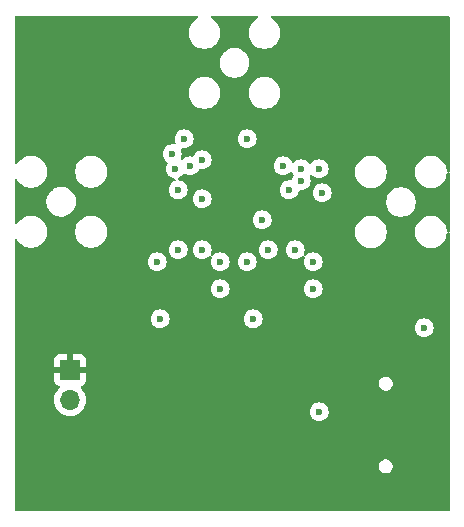
<source format=gbr>
%TF.GenerationSoftware,KiCad,Pcbnew,8.0.1*%
%TF.CreationDate,2024-04-11T15:41:11-05:00*%
%TF.ProjectId,TS3A5017-Mixer,54533341-3530-4313-972d-4d697865722e,rev?*%
%TF.SameCoordinates,Original*%
%TF.FileFunction,Copper,L3,Inr*%
%TF.FilePolarity,Positive*%
%FSLAX46Y46*%
G04 Gerber Fmt 4.6, Leading zero omitted, Abs format (unit mm)*
G04 Created by KiCad (PCBNEW 8.0.1) date 2024-04-11 15:41:11*
%MOMM*%
%LPD*%
G01*
G04 APERTURE LIST*
%TA.AperFunction,ComponentPad*%
%ADD10R,1.700000X1.700000*%
%TD*%
%TA.AperFunction,ComponentPad*%
%ADD11O,1.700000X1.700000*%
%TD*%
%TA.AperFunction,ViaPad*%
%ADD12C,0.600000*%
%TD*%
G04 APERTURE END LIST*
D10*
%TO.N,/3.3V*%
%TO.C,J4*%
X132588000Y-104140000D03*
D11*
%TO.N,GND*%
X132588000Y-106680000D03*
%TD*%
D12*
%TO.N,/3.3V*%
X144780000Y-91440000D03*
X139446000Y-97536000D03*
X147320000Y-97536000D03*
%TO.N,GND*%
X153670000Y-107696000D03*
X153670000Y-87122000D03*
X153924000Y-89154000D03*
X153162000Y-94996000D03*
X147574000Y-84582000D03*
X141224000Y-85852000D03*
X142240000Y-84582000D03*
X145288000Y-97282000D03*
X153162000Y-97282000D03*
X147574000Y-94996000D03*
X139954000Y-94996000D03*
X148082000Y-99822000D03*
X162560000Y-100584000D03*
X148844000Y-91440000D03*
X143764000Y-89662000D03*
X140208000Y-99822000D03*
X145288000Y-94996000D03*
%TO.N,/Q-Pos*%
X143764000Y-86360000D03*
X150622000Y-86868000D03*
X143764000Y-93980000D03*
%TO.N,/I-Neg*%
X149352000Y-93980000D03*
X141732000Y-88900000D03*
X151130000Y-88900000D03*
%TO.N,/Q-Neg*%
X152146000Y-88138000D03*
X141732000Y-93980000D03*
X141478000Y-87122000D03*
%TO.N,/I-Pos*%
X152146000Y-87122000D03*
X142748000Y-86868000D03*
X151638000Y-93980000D03*
%TD*%
%TA.AperFunction,Conductor*%
%TO.N,/3.3V*%
G36*
X143392821Y-74180185D02*
G01*
X143438576Y-74232989D01*
X143448520Y-74302147D01*
X143419495Y-74365703D01*
X143382077Y-74394985D01*
X143253332Y-74460583D01*
X143081366Y-74585522D01*
X142931043Y-74735845D01*
X142806104Y-74907811D01*
X142709597Y-75097217D01*
X142643906Y-75299392D01*
X142610653Y-75509345D01*
X142610653Y-75721918D01*
X142643906Y-75931871D01*
X142709597Y-76134046D01*
X142806104Y-76323452D01*
X142931043Y-76495418D01*
X143081366Y-76645741D01*
X143253332Y-76770680D01*
X143253334Y-76770681D01*
X143253337Y-76770683D01*
X143442741Y-76867189D01*
X143644910Y-76932878D01*
X143854866Y-76966132D01*
X143854867Y-76966132D01*
X144067439Y-76966132D01*
X144067440Y-76966132D01*
X144277396Y-76932878D01*
X144479565Y-76867189D01*
X144668969Y-76770683D01*
X144690942Y-76754718D01*
X144840939Y-76645741D01*
X144840941Y-76645738D01*
X144840945Y-76645736D01*
X144991257Y-76495424D01*
X144991259Y-76495420D01*
X144991262Y-76495418D01*
X145116201Y-76323452D01*
X145116200Y-76323452D01*
X145116204Y-76323448D01*
X145212710Y-76134044D01*
X145278399Y-75931875D01*
X145311653Y-75721919D01*
X145311653Y-75509345D01*
X145278399Y-75299389D01*
X145212710Y-75097220D01*
X145116204Y-74907816D01*
X145116202Y-74907813D01*
X145116201Y-74907811D01*
X144991262Y-74735845D01*
X144840939Y-74585522D01*
X144668973Y-74460583D01*
X144540229Y-74394985D01*
X144489433Y-74347011D01*
X144472638Y-74279190D01*
X144495175Y-74213055D01*
X144549890Y-74169603D01*
X144596524Y-74160500D01*
X148405782Y-74160500D01*
X148472821Y-74180185D01*
X148518576Y-74232989D01*
X148528520Y-74302147D01*
X148499495Y-74365703D01*
X148462077Y-74394985D01*
X148333332Y-74460583D01*
X148161366Y-74585522D01*
X148011043Y-74735845D01*
X147886104Y-74907811D01*
X147789597Y-75097217D01*
X147723906Y-75299392D01*
X147690653Y-75509345D01*
X147690653Y-75721918D01*
X147723906Y-75931871D01*
X147789597Y-76134046D01*
X147886104Y-76323452D01*
X148011043Y-76495418D01*
X148161366Y-76645741D01*
X148333332Y-76770680D01*
X148333334Y-76770681D01*
X148333337Y-76770683D01*
X148522741Y-76867189D01*
X148724910Y-76932878D01*
X148934866Y-76966132D01*
X148934867Y-76966132D01*
X149147439Y-76966132D01*
X149147440Y-76966132D01*
X149357396Y-76932878D01*
X149559565Y-76867189D01*
X149748969Y-76770683D01*
X149770942Y-76754718D01*
X149920939Y-76645741D01*
X149920941Y-76645738D01*
X149920945Y-76645736D01*
X150071257Y-76495424D01*
X150071259Y-76495420D01*
X150071262Y-76495418D01*
X150196201Y-76323452D01*
X150196200Y-76323452D01*
X150196204Y-76323448D01*
X150292710Y-76134044D01*
X150358399Y-75931875D01*
X150391653Y-75721919D01*
X150391653Y-75509345D01*
X150358399Y-75299389D01*
X150292710Y-75097220D01*
X150196204Y-74907816D01*
X150196202Y-74907813D01*
X150196201Y-74907811D01*
X150071262Y-74735845D01*
X149920939Y-74585522D01*
X149748973Y-74460583D01*
X149620229Y-74394985D01*
X149569433Y-74347011D01*
X149552638Y-74279190D01*
X149575175Y-74213055D01*
X149629890Y-74169603D01*
X149676524Y-74160500D01*
X164602500Y-74160500D01*
X164669539Y-74180185D01*
X164715294Y-74232989D01*
X164726500Y-74284500D01*
X164726500Y-87273746D01*
X164706815Y-87340785D01*
X164654011Y-87386540D01*
X164584853Y-87396484D01*
X164521297Y-87367459D01*
X164483523Y-87308681D01*
X164480027Y-87293144D01*
X164468050Y-87217523D01*
X164446368Y-87080631D01*
X164380679Y-86878462D01*
X164284173Y-86689058D01*
X164284171Y-86689055D01*
X164284170Y-86689053D01*
X164159231Y-86517087D01*
X164008908Y-86366764D01*
X163836942Y-86241825D01*
X163647536Y-86145318D01*
X163647535Y-86145317D01*
X163647534Y-86145317D01*
X163445365Y-86079628D01*
X163445363Y-86079627D01*
X163445362Y-86079627D01*
X163284079Y-86054082D01*
X163235409Y-86046374D01*
X163022835Y-86046374D01*
X162974164Y-86054082D01*
X162812882Y-86079627D01*
X162610707Y-86145318D01*
X162421301Y-86241825D01*
X162249335Y-86366764D01*
X162099012Y-86517087D01*
X161974073Y-86689053D01*
X161877566Y-86878459D01*
X161811875Y-87080634D01*
X161781289Y-87273746D01*
X161778622Y-87290587D01*
X161778622Y-87503161D01*
X161781289Y-87520001D01*
X161805611Y-87673565D01*
X161811876Y-87713117D01*
X161874992Y-87907368D01*
X161877566Y-87915288D01*
X161974073Y-88104694D01*
X162099012Y-88276660D01*
X162249335Y-88426983D01*
X162421301Y-88551922D01*
X162421303Y-88551923D01*
X162421306Y-88551925D01*
X162610710Y-88648431D01*
X162812879Y-88714120D01*
X163022835Y-88747374D01*
X163022836Y-88747374D01*
X163235408Y-88747374D01*
X163235409Y-88747374D01*
X163445365Y-88714120D01*
X163647534Y-88648431D01*
X163836938Y-88551925D01*
X163866519Y-88530433D01*
X164008908Y-88426983D01*
X164008910Y-88426980D01*
X164008914Y-88426978D01*
X164159226Y-88276666D01*
X164159228Y-88276662D01*
X164159231Y-88276660D01*
X164284170Y-88104694D01*
X164284169Y-88104694D01*
X164284173Y-88104690D01*
X164380679Y-87915286D01*
X164446368Y-87713117D01*
X164479622Y-87503161D01*
X164479622Y-87503160D01*
X164480027Y-87500603D01*
X164509956Y-87437468D01*
X164569268Y-87400537D01*
X164639130Y-87401535D01*
X164697363Y-87440145D01*
X164725477Y-87504108D01*
X164726500Y-87520001D01*
X164726500Y-92353746D01*
X164706815Y-92420785D01*
X164654011Y-92466540D01*
X164584853Y-92476484D01*
X164521297Y-92447459D01*
X164483523Y-92388681D01*
X164480027Y-92373144D01*
X164459820Y-92245565D01*
X164446368Y-92160631D01*
X164380679Y-91958462D01*
X164284173Y-91769058D01*
X164284171Y-91769055D01*
X164284170Y-91769053D01*
X164159231Y-91597087D01*
X164008908Y-91446764D01*
X163836942Y-91321825D01*
X163647536Y-91225318D01*
X163647535Y-91225317D01*
X163647534Y-91225317D01*
X163445365Y-91159628D01*
X163445363Y-91159627D01*
X163445362Y-91159627D01*
X163284079Y-91134082D01*
X163235409Y-91126374D01*
X163022835Y-91126374D01*
X162974164Y-91134082D01*
X162812882Y-91159627D01*
X162610707Y-91225318D01*
X162421301Y-91321825D01*
X162249335Y-91446764D01*
X162099012Y-91597087D01*
X161974073Y-91769053D01*
X161877566Y-91958459D01*
X161811875Y-92160634D01*
X161781289Y-92353746D01*
X161778622Y-92370587D01*
X161778622Y-92583161D01*
X161811876Y-92793117D01*
X161870583Y-92973799D01*
X161877566Y-92995288D01*
X161974073Y-93184694D01*
X162099012Y-93356660D01*
X162249335Y-93506983D01*
X162421301Y-93631922D01*
X162421303Y-93631923D01*
X162421306Y-93631925D01*
X162610710Y-93728431D01*
X162812879Y-93794120D01*
X163022835Y-93827374D01*
X163022836Y-93827374D01*
X163235408Y-93827374D01*
X163235409Y-93827374D01*
X163445365Y-93794120D01*
X163647534Y-93728431D01*
X163836938Y-93631925D01*
X163866519Y-93610433D01*
X164008908Y-93506983D01*
X164008910Y-93506980D01*
X164008914Y-93506978D01*
X164159226Y-93356666D01*
X164159228Y-93356662D01*
X164159231Y-93356660D01*
X164284170Y-93184694D01*
X164284169Y-93184694D01*
X164284173Y-93184690D01*
X164380679Y-92995286D01*
X164446368Y-92793117D01*
X164479622Y-92583161D01*
X164479622Y-92583160D01*
X164480027Y-92580603D01*
X164509956Y-92517468D01*
X164569268Y-92480537D01*
X164639130Y-92481535D01*
X164697363Y-92520145D01*
X164725477Y-92584108D01*
X164726500Y-92600001D01*
X164726500Y-115961500D01*
X164706815Y-116028539D01*
X164654011Y-116074294D01*
X164602500Y-116085500D01*
X128005500Y-116085500D01*
X127938461Y-116065815D01*
X127892706Y-116013011D01*
X127881500Y-115961500D01*
X127881500Y-112393738D01*
X158719499Y-112393738D01*
X158759743Y-112543927D01*
X158837480Y-112678571D01*
X158837482Y-112678573D01*
X158837483Y-112678575D01*
X158947425Y-112788517D01*
X158947426Y-112788518D01*
X158947428Y-112788519D01*
X159082072Y-112866256D01*
X159082073Y-112866256D01*
X159082076Y-112866258D01*
X159232259Y-112906500D01*
X159232262Y-112906500D01*
X159387738Y-112906500D01*
X159387741Y-112906500D01*
X159537924Y-112866258D01*
X159672575Y-112788517D01*
X159782517Y-112678575D01*
X159860258Y-112543924D01*
X159900500Y-112393741D01*
X159900500Y-112238259D01*
X159860258Y-112088076D01*
X159782517Y-111953425D01*
X159672575Y-111843483D01*
X159672573Y-111843482D01*
X159672571Y-111843480D01*
X159537927Y-111765743D01*
X159537928Y-111765743D01*
X159525611Y-111762442D01*
X159387741Y-111725500D01*
X159232259Y-111725500D01*
X159094388Y-111762442D01*
X159082072Y-111765743D01*
X158947428Y-111843480D01*
X158947422Y-111843485D01*
X158837485Y-111953422D01*
X158837480Y-111953428D01*
X158759743Y-112088072D01*
X158759742Y-112088076D01*
X158719500Y-112238259D01*
X158719500Y-112238261D01*
X158719500Y-112393738D01*
X158719499Y-112393738D01*
X127881500Y-112393738D01*
X127881500Y-106680000D01*
X131232341Y-106680000D01*
X131252936Y-106915403D01*
X131252938Y-106915413D01*
X131314094Y-107143655D01*
X131314096Y-107143659D01*
X131314097Y-107143663D01*
X131408671Y-107346476D01*
X131413965Y-107357830D01*
X131413967Y-107357834D01*
X131522281Y-107512521D01*
X131549505Y-107551401D01*
X131716599Y-107718495D01*
X131813384Y-107786265D01*
X131910165Y-107854032D01*
X131910167Y-107854033D01*
X131910170Y-107854035D01*
X132124337Y-107953903D01*
X132352592Y-108015063D01*
X132540918Y-108031539D01*
X132587999Y-108035659D01*
X132588000Y-108035659D01*
X132588001Y-108035659D01*
X132627234Y-108032226D01*
X132823408Y-108015063D01*
X133051663Y-107953903D01*
X133265830Y-107854035D01*
X133459401Y-107718495D01*
X133481893Y-107696003D01*
X152864435Y-107696003D01*
X152884630Y-107875249D01*
X152884631Y-107875254D01*
X152944211Y-108045523D01*
X153040184Y-108198262D01*
X153167738Y-108325816D01*
X153320478Y-108421789D01*
X153490745Y-108481368D01*
X153490750Y-108481369D01*
X153669996Y-108501565D01*
X153670000Y-108501565D01*
X153670004Y-108501565D01*
X153849249Y-108481369D01*
X153849252Y-108481368D01*
X153849255Y-108481368D01*
X154019522Y-108421789D01*
X154172262Y-108325816D01*
X154299816Y-108198262D01*
X154395789Y-108045522D01*
X154455368Y-107875255D01*
X154457759Y-107854034D01*
X154475565Y-107696003D01*
X154475565Y-107695996D01*
X154455369Y-107516750D01*
X154455368Y-107516745D01*
X154395789Y-107346478D01*
X154299816Y-107193738D01*
X154172262Y-107066184D01*
X154019523Y-106970211D01*
X153849254Y-106910631D01*
X153849249Y-106910630D01*
X153670004Y-106890435D01*
X153669996Y-106890435D01*
X153490750Y-106910630D01*
X153490745Y-106910631D01*
X153320476Y-106970211D01*
X153167737Y-107066184D01*
X153040184Y-107193737D01*
X152944211Y-107346476D01*
X152884631Y-107516745D01*
X152884630Y-107516750D01*
X152864435Y-107695996D01*
X152864435Y-107696003D01*
X133481893Y-107696003D01*
X133626495Y-107551401D01*
X133762035Y-107357830D01*
X133861903Y-107143663D01*
X133923063Y-106915408D01*
X133943659Y-106680000D01*
X133923063Y-106444592D01*
X133861903Y-106216337D01*
X133762035Y-106002171D01*
X133626495Y-105808599D01*
X133504179Y-105686283D01*
X133470696Y-105624963D01*
X133475680Y-105555271D01*
X133517551Y-105499337D01*
X133548529Y-105482422D01*
X133680086Y-105433354D01*
X133680093Y-105433350D01*
X133733007Y-105393738D01*
X158719499Y-105393738D01*
X158759743Y-105543927D01*
X158837480Y-105678571D01*
X158837482Y-105678573D01*
X158837483Y-105678575D01*
X158947425Y-105788517D01*
X158947426Y-105788518D01*
X158947428Y-105788519D01*
X159082072Y-105866256D01*
X159082073Y-105866256D01*
X159082076Y-105866258D01*
X159232259Y-105906500D01*
X159232262Y-105906500D01*
X159387738Y-105906500D01*
X159387741Y-105906500D01*
X159537924Y-105866258D01*
X159672575Y-105788517D01*
X159782517Y-105678575D01*
X159860258Y-105543924D01*
X159900500Y-105393741D01*
X159900500Y-105238259D01*
X159860258Y-105088076D01*
X159831256Y-105037844D01*
X159782519Y-104953428D01*
X159782514Y-104953422D01*
X159672577Y-104843485D01*
X159672571Y-104843480D01*
X159537927Y-104765743D01*
X159537928Y-104765743D01*
X159525611Y-104762442D01*
X159387741Y-104725500D01*
X159232259Y-104725500D01*
X159094388Y-104762442D01*
X159082072Y-104765743D01*
X158947428Y-104843480D01*
X158947422Y-104843485D01*
X158837485Y-104953422D01*
X158837480Y-104953428D01*
X158759743Y-105088072D01*
X158759742Y-105088076D01*
X158719500Y-105238259D01*
X158719500Y-105238261D01*
X158719500Y-105393738D01*
X158719499Y-105393738D01*
X133733007Y-105393738D01*
X133795187Y-105347190D01*
X133795190Y-105347187D01*
X133881350Y-105232093D01*
X133881354Y-105232086D01*
X133931596Y-105097379D01*
X133931598Y-105097372D01*
X133937999Y-105037844D01*
X133938000Y-105037827D01*
X133938000Y-104390000D01*
X133021012Y-104390000D01*
X133053925Y-104332993D01*
X133088000Y-104205826D01*
X133088000Y-104074174D01*
X133053925Y-103947007D01*
X133021012Y-103890000D01*
X133938000Y-103890000D01*
X133938000Y-103242172D01*
X133937999Y-103242155D01*
X133931598Y-103182627D01*
X133931596Y-103182620D01*
X133881354Y-103047913D01*
X133881350Y-103047906D01*
X133795190Y-102932812D01*
X133795187Y-102932809D01*
X133680093Y-102846649D01*
X133680086Y-102846645D01*
X133545379Y-102796403D01*
X133545372Y-102796401D01*
X133485844Y-102790000D01*
X132838000Y-102790000D01*
X132838000Y-103706988D01*
X132780993Y-103674075D01*
X132653826Y-103640000D01*
X132522174Y-103640000D01*
X132395007Y-103674075D01*
X132338000Y-103706988D01*
X132338000Y-102790000D01*
X131690155Y-102790000D01*
X131630627Y-102796401D01*
X131630620Y-102796403D01*
X131495913Y-102846645D01*
X131495906Y-102846649D01*
X131380812Y-102932809D01*
X131380809Y-102932812D01*
X131294649Y-103047906D01*
X131294645Y-103047913D01*
X131244403Y-103182620D01*
X131244401Y-103182627D01*
X131238000Y-103242155D01*
X131238000Y-103890000D01*
X132154988Y-103890000D01*
X132122075Y-103947007D01*
X132088000Y-104074174D01*
X132088000Y-104205826D01*
X132122075Y-104332993D01*
X132154988Y-104390000D01*
X131238000Y-104390000D01*
X131238000Y-105037844D01*
X131244401Y-105097372D01*
X131244403Y-105097379D01*
X131294645Y-105232086D01*
X131294649Y-105232093D01*
X131380809Y-105347187D01*
X131380812Y-105347190D01*
X131495906Y-105433350D01*
X131495913Y-105433354D01*
X131627470Y-105482421D01*
X131683403Y-105524292D01*
X131707821Y-105589756D01*
X131692970Y-105658029D01*
X131671819Y-105686284D01*
X131549503Y-105808600D01*
X131413965Y-106002169D01*
X131413964Y-106002171D01*
X131314098Y-106216335D01*
X131314094Y-106216344D01*
X131252938Y-106444586D01*
X131252936Y-106444596D01*
X131232341Y-106679999D01*
X131232341Y-106680000D01*
X127881500Y-106680000D01*
X127881500Y-99822003D01*
X139402435Y-99822003D01*
X139422630Y-100001249D01*
X139422631Y-100001254D01*
X139482211Y-100171523D01*
X139521769Y-100234478D01*
X139578184Y-100324262D01*
X139705738Y-100451816D01*
X139858478Y-100547789D01*
X139961952Y-100583996D01*
X140028745Y-100607368D01*
X140028750Y-100607369D01*
X140207996Y-100627565D01*
X140208000Y-100627565D01*
X140208004Y-100627565D01*
X140387249Y-100607369D01*
X140387252Y-100607368D01*
X140387255Y-100607368D01*
X140557522Y-100547789D01*
X140710262Y-100451816D01*
X140837816Y-100324262D01*
X140933789Y-100171522D01*
X140993368Y-100001255D01*
X141013565Y-99822003D01*
X147276435Y-99822003D01*
X147296630Y-100001249D01*
X147296631Y-100001254D01*
X147356211Y-100171523D01*
X147395769Y-100234478D01*
X147452184Y-100324262D01*
X147579738Y-100451816D01*
X147732478Y-100547789D01*
X147835952Y-100583996D01*
X147902745Y-100607368D01*
X147902750Y-100607369D01*
X148081996Y-100627565D01*
X148082000Y-100627565D01*
X148082004Y-100627565D01*
X148261249Y-100607369D01*
X148261252Y-100607368D01*
X148261255Y-100607368D01*
X148328028Y-100584003D01*
X161754435Y-100584003D01*
X161774630Y-100763249D01*
X161774631Y-100763254D01*
X161834211Y-100933523D01*
X161930184Y-101086262D01*
X162057738Y-101213816D01*
X162210478Y-101309789D01*
X162380745Y-101369368D01*
X162380750Y-101369369D01*
X162559996Y-101389565D01*
X162560000Y-101389565D01*
X162560004Y-101389565D01*
X162739249Y-101369369D01*
X162739252Y-101369368D01*
X162739255Y-101369368D01*
X162909522Y-101309789D01*
X163062262Y-101213816D01*
X163189816Y-101086262D01*
X163285789Y-100933522D01*
X163345368Y-100763255D01*
X163345369Y-100763249D01*
X163365565Y-100584003D01*
X163365565Y-100583996D01*
X163345369Y-100404750D01*
X163345368Y-100404745D01*
X163285788Y-100234476D01*
X163189815Y-100081737D01*
X163062262Y-99954184D01*
X162909523Y-99858211D01*
X162739254Y-99798631D01*
X162739249Y-99798630D01*
X162560004Y-99778435D01*
X162559996Y-99778435D01*
X162380750Y-99798630D01*
X162380745Y-99798631D01*
X162210476Y-99858211D01*
X162057737Y-99954184D01*
X161930184Y-100081737D01*
X161834211Y-100234476D01*
X161774631Y-100404745D01*
X161774630Y-100404750D01*
X161754435Y-100583996D01*
X161754435Y-100584003D01*
X148328028Y-100584003D01*
X148431522Y-100547789D01*
X148584262Y-100451816D01*
X148711816Y-100324262D01*
X148807789Y-100171522D01*
X148867368Y-100001255D01*
X148887565Y-99822000D01*
X148884932Y-99798632D01*
X148867369Y-99642750D01*
X148867368Y-99642745D01*
X148807788Y-99472476D01*
X148711815Y-99319737D01*
X148584262Y-99192184D01*
X148431523Y-99096211D01*
X148261254Y-99036631D01*
X148261249Y-99036630D01*
X148082004Y-99016435D01*
X148081996Y-99016435D01*
X147902750Y-99036630D01*
X147902745Y-99036631D01*
X147732476Y-99096211D01*
X147579737Y-99192184D01*
X147452184Y-99319737D01*
X147356211Y-99472476D01*
X147296631Y-99642745D01*
X147296630Y-99642750D01*
X147276435Y-99821996D01*
X147276435Y-99822003D01*
X141013565Y-99822003D01*
X141013565Y-99822000D01*
X141010932Y-99798632D01*
X140993369Y-99642750D01*
X140993368Y-99642745D01*
X140933788Y-99472476D01*
X140837815Y-99319737D01*
X140710262Y-99192184D01*
X140557523Y-99096211D01*
X140387254Y-99036631D01*
X140387249Y-99036630D01*
X140208004Y-99016435D01*
X140207996Y-99016435D01*
X140028750Y-99036630D01*
X140028745Y-99036631D01*
X139858476Y-99096211D01*
X139705737Y-99192184D01*
X139578184Y-99319737D01*
X139482211Y-99472476D01*
X139422631Y-99642745D01*
X139422630Y-99642750D01*
X139402435Y-99821996D01*
X139402435Y-99822003D01*
X127881500Y-99822003D01*
X127881500Y-97282003D01*
X144482435Y-97282003D01*
X144502630Y-97461249D01*
X144502631Y-97461254D01*
X144562211Y-97631523D01*
X144658184Y-97784262D01*
X144785738Y-97911816D01*
X144938478Y-98007789D01*
X145108745Y-98067368D01*
X145108750Y-98067369D01*
X145287996Y-98087565D01*
X145288000Y-98087565D01*
X145288004Y-98087565D01*
X145467249Y-98067369D01*
X145467252Y-98067368D01*
X145467255Y-98067368D01*
X145637522Y-98007789D01*
X145790262Y-97911816D01*
X145917816Y-97784262D01*
X146013789Y-97631522D01*
X146073368Y-97461255D01*
X146093565Y-97282003D01*
X152356435Y-97282003D01*
X152376630Y-97461249D01*
X152376631Y-97461254D01*
X152436211Y-97631523D01*
X152532184Y-97784262D01*
X152659738Y-97911816D01*
X152812478Y-98007789D01*
X152982745Y-98067368D01*
X152982750Y-98067369D01*
X153161996Y-98087565D01*
X153162000Y-98087565D01*
X153162004Y-98087565D01*
X153341249Y-98067369D01*
X153341252Y-98067368D01*
X153341255Y-98067368D01*
X153511522Y-98007789D01*
X153664262Y-97911816D01*
X153791816Y-97784262D01*
X153887789Y-97631522D01*
X153947368Y-97461255D01*
X153967565Y-97282000D01*
X153947368Y-97102745D01*
X153887789Y-96932478D01*
X153791816Y-96779738D01*
X153664262Y-96652184D01*
X153511523Y-96556211D01*
X153341254Y-96496631D01*
X153341249Y-96496630D01*
X153162004Y-96476435D01*
X153161996Y-96476435D01*
X152982750Y-96496630D01*
X152982745Y-96496631D01*
X152812476Y-96556211D01*
X152659737Y-96652184D01*
X152532184Y-96779737D01*
X152436211Y-96932476D01*
X152376631Y-97102745D01*
X152376630Y-97102750D01*
X152356435Y-97281996D01*
X152356435Y-97282003D01*
X146093565Y-97282003D01*
X146093565Y-97282000D01*
X146073368Y-97102745D01*
X146013789Y-96932478D01*
X145917816Y-96779738D01*
X145790262Y-96652184D01*
X145637523Y-96556211D01*
X145467254Y-96496631D01*
X145467249Y-96496630D01*
X145288004Y-96476435D01*
X145287996Y-96476435D01*
X145108750Y-96496630D01*
X145108745Y-96496631D01*
X144938476Y-96556211D01*
X144785737Y-96652184D01*
X144658184Y-96779737D01*
X144562211Y-96932476D01*
X144502631Y-97102745D01*
X144502630Y-97102750D01*
X144482435Y-97281996D01*
X144482435Y-97282003D01*
X127881500Y-97282003D01*
X127881500Y-94996003D01*
X139148435Y-94996003D01*
X139168630Y-95175249D01*
X139168631Y-95175254D01*
X139228211Y-95345523D01*
X139324184Y-95498262D01*
X139451738Y-95625816D01*
X139604478Y-95721789D01*
X139774745Y-95781368D01*
X139774750Y-95781369D01*
X139953996Y-95801565D01*
X139954000Y-95801565D01*
X139954004Y-95801565D01*
X140133249Y-95781369D01*
X140133252Y-95781368D01*
X140133255Y-95781368D01*
X140303522Y-95721789D01*
X140456262Y-95625816D01*
X140583816Y-95498262D01*
X140679789Y-95345522D01*
X140739368Y-95175255D01*
X140759565Y-94996000D01*
X140739368Y-94816745D01*
X140679789Y-94646478D01*
X140583816Y-94493738D01*
X140456262Y-94366184D01*
X140456260Y-94366183D01*
X140303523Y-94270211D01*
X140133254Y-94210631D01*
X140133249Y-94210630D01*
X139954004Y-94190435D01*
X139953996Y-94190435D01*
X139774750Y-94210630D01*
X139774745Y-94210631D01*
X139604476Y-94270211D01*
X139451737Y-94366184D01*
X139324184Y-94493737D01*
X139228211Y-94646476D01*
X139168631Y-94816745D01*
X139168630Y-94816750D01*
X139148435Y-94995996D01*
X139148435Y-94996003D01*
X127881500Y-94996003D01*
X127881500Y-93980003D01*
X140926435Y-93980003D01*
X140946630Y-94159249D01*
X140946631Y-94159254D01*
X141006211Y-94329523D01*
X141086316Y-94457008D01*
X141102184Y-94482262D01*
X141229738Y-94609816D01*
X141382478Y-94705789D01*
X141552745Y-94765368D01*
X141552750Y-94765369D01*
X141731996Y-94785565D01*
X141732000Y-94785565D01*
X141732004Y-94785565D01*
X141911249Y-94765369D01*
X141911252Y-94765368D01*
X141911255Y-94765368D01*
X142081522Y-94705789D01*
X142234262Y-94609816D01*
X142361816Y-94482262D01*
X142457789Y-94329522D01*
X142517368Y-94159255D01*
X142537565Y-93980003D01*
X142958435Y-93980003D01*
X142978630Y-94159249D01*
X142978631Y-94159254D01*
X143038211Y-94329523D01*
X143118316Y-94457008D01*
X143134184Y-94482262D01*
X143261738Y-94609816D01*
X143414478Y-94705789D01*
X143584745Y-94765368D01*
X143584750Y-94765369D01*
X143763996Y-94785565D01*
X143764000Y-94785565D01*
X143764004Y-94785565D01*
X143943249Y-94765369D01*
X143943252Y-94765368D01*
X143943255Y-94765368D01*
X144113522Y-94705789D01*
X144266262Y-94609816D01*
X144357088Y-94518989D01*
X144418407Y-94485507D01*
X144488099Y-94490491D01*
X144544033Y-94532362D01*
X144568450Y-94597826D01*
X144561808Y-94647627D01*
X144502632Y-94816742D01*
X144502630Y-94816750D01*
X144482435Y-94995996D01*
X144482435Y-94996003D01*
X144502630Y-95175249D01*
X144502631Y-95175254D01*
X144562211Y-95345523D01*
X144658184Y-95498262D01*
X144785738Y-95625816D01*
X144938478Y-95721789D01*
X145108745Y-95781368D01*
X145108750Y-95781369D01*
X145287996Y-95801565D01*
X145288000Y-95801565D01*
X145288004Y-95801565D01*
X145467249Y-95781369D01*
X145467252Y-95781368D01*
X145467255Y-95781368D01*
X145637522Y-95721789D01*
X145790262Y-95625816D01*
X145917816Y-95498262D01*
X146013789Y-95345522D01*
X146073368Y-95175255D01*
X146093565Y-94996003D01*
X146768435Y-94996003D01*
X146788630Y-95175249D01*
X146788631Y-95175254D01*
X146848211Y-95345523D01*
X146944184Y-95498262D01*
X147071738Y-95625816D01*
X147224478Y-95721789D01*
X147394745Y-95781368D01*
X147394750Y-95781369D01*
X147573996Y-95801565D01*
X147574000Y-95801565D01*
X147574004Y-95801565D01*
X147753249Y-95781369D01*
X147753252Y-95781368D01*
X147753255Y-95781368D01*
X147923522Y-95721789D01*
X148076262Y-95625816D01*
X148203816Y-95498262D01*
X148299789Y-95345522D01*
X148359368Y-95175255D01*
X148379565Y-94996000D01*
X148359368Y-94816745D01*
X148299789Y-94646478D01*
X148203816Y-94493738D01*
X148076262Y-94366184D01*
X148076260Y-94366183D01*
X147923523Y-94270211D01*
X147753254Y-94210631D01*
X147753249Y-94210630D01*
X147574004Y-94190435D01*
X147573996Y-94190435D01*
X147394750Y-94210630D01*
X147394745Y-94210631D01*
X147224476Y-94270211D01*
X147071737Y-94366184D01*
X146944184Y-94493737D01*
X146848211Y-94646476D01*
X146788631Y-94816745D01*
X146788630Y-94816750D01*
X146768435Y-94995996D01*
X146768435Y-94996003D01*
X146093565Y-94996003D01*
X146093565Y-94996000D01*
X146073368Y-94816745D01*
X146013789Y-94646478D01*
X145917816Y-94493738D01*
X145790262Y-94366184D01*
X145790260Y-94366183D01*
X145637523Y-94270211D01*
X145467254Y-94210631D01*
X145467249Y-94210630D01*
X145288004Y-94190435D01*
X145287996Y-94190435D01*
X145108750Y-94210630D01*
X145108745Y-94210631D01*
X144938476Y-94270211D01*
X144785739Y-94366183D01*
X144694914Y-94457008D01*
X144633590Y-94490492D01*
X144563899Y-94485508D01*
X144507965Y-94443636D01*
X144483549Y-94378171D01*
X144490192Y-94328371D01*
X144549366Y-94159262D01*
X144549369Y-94159249D01*
X144569565Y-93980003D01*
X148546435Y-93980003D01*
X148566630Y-94159249D01*
X148566631Y-94159254D01*
X148626211Y-94329523D01*
X148706316Y-94457008D01*
X148722184Y-94482262D01*
X148849738Y-94609816D01*
X149002478Y-94705789D01*
X149172745Y-94765368D01*
X149172750Y-94765369D01*
X149351996Y-94785565D01*
X149352000Y-94785565D01*
X149352004Y-94785565D01*
X149531249Y-94765369D01*
X149531252Y-94765368D01*
X149531255Y-94765368D01*
X149701522Y-94705789D01*
X149854262Y-94609816D01*
X149981816Y-94482262D01*
X150077789Y-94329522D01*
X150137368Y-94159255D01*
X150157565Y-93980003D01*
X150832435Y-93980003D01*
X150852630Y-94159249D01*
X150852631Y-94159254D01*
X150912211Y-94329523D01*
X150992316Y-94457008D01*
X151008184Y-94482262D01*
X151135738Y-94609816D01*
X151288478Y-94705789D01*
X151458745Y-94765368D01*
X151458750Y-94765369D01*
X151637996Y-94785565D01*
X151638000Y-94785565D01*
X151638004Y-94785565D01*
X151817249Y-94765369D01*
X151817252Y-94765368D01*
X151817255Y-94765368D01*
X151987522Y-94705789D01*
X152140262Y-94609816D01*
X152231088Y-94518989D01*
X152292407Y-94485507D01*
X152362099Y-94490491D01*
X152418033Y-94532362D01*
X152442450Y-94597826D01*
X152435808Y-94647627D01*
X152376632Y-94816742D01*
X152376630Y-94816750D01*
X152356435Y-94995996D01*
X152356435Y-94996003D01*
X152376630Y-95175249D01*
X152376631Y-95175254D01*
X152436211Y-95345523D01*
X152532184Y-95498262D01*
X152659738Y-95625816D01*
X152812478Y-95721789D01*
X152982745Y-95781368D01*
X152982750Y-95781369D01*
X153161996Y-95801565D01*
X153162000Y-95801565D01*
X153162004Y-95801565D01*
X153341249Y-95781369D01*
X153341252Y-95781368D01*
X153341255Y-95781368D01*
X153511522Y-95721789D01*
X153664262Y-95625816D01*
X153791816Y-95498262D01*
X153887789Y-95345522D01*
X153947368Y-95175255D01*
X153967565Y-94996000D01*
X153947368Y-94816745D01*
X153887789Y-94646478D01*
X153791816Y-94493738D01*
X153664262Y-94366184D01*
X153664260Y-94366183D01*
X153511523Y-94270211D01*
X153341254Y-94210631D01*
X153341249Y-94210630D01*
X153162004Y-94190435D01*
X153161996Y-94190435D01*
X152982750Y-94210630D01*
X152982745Y-94210631D01*
X152812476Y-94270211D01*
X152659739Y-94366183D01*
X152568914Y-94457008D01*
X152507590Y-94490492D01*
X152437899Y-94485508D01*
X152381965Y-94443636D01*
X152357549Y-94378171D01*
X152364192Y-94328371D01*
X152423366Y-94159262D01*
X152423369Y-94159249D01*
X152443565Y-93980003D01*
X152443565Y-93979996D01*
X152423369Y-93800750D01*
X152423368Y-93800745D01*
X152398064Y-93728431D01*
X152363789Y-93630478D01*
X152267816Y-93477738D01*
X152140262Y-93350184D01*
X152116369Y-93335171D01*
X151987523Y-93254211D01*
X151817254Y-93194631D01*
X151817249Y-93194630D01*
X151638004Y-93174435D01*
X151637996Y-93174435D01*
X151458750Y-93194630D01*
X151458745Y-93194631D01*
X151288476Y-93254211D01*
X151135737Y-93350184D01*
X151008184Y-93477737D01*
X150912211Y-93630476D01*
X150852631Y-93800745D01*
X150852630Y-93800750D01*
X150832435Y-93979996D01*
X150832435Y-93980003D01*
X150157565Y-93980003D01*
X150157565Y-93980000D01*
X150140368Y-93827374D01*
X150137369Y-93800750D01*
X150137368Y-93800745D01*
X150112064Y-93728431D01*
X150077789Y-93630478D01*
X149981816Y-93477738D01*
X149854262Y-93350184D01*
X149830369Y-93335171D01*
X149701523Y-93254211D01*
X149531254Y-93194631D01*
X149531249Y-93194630D01*
X149352004Y-93174435D01*
X149351996Y-93174435D01*
X149172750Y-93194630D01*
X149172745Y-93194631D01*
X149002476Y-93254211D01*
X148849737Y-93350184D01*
X148722184Y-93477737D01*
X148626211Y-93630476D01*
X148566631Y-93800745D01*
X148566630Y-93800750D01*
X148546435Y-93979996D01*
X148546435Y-93980003D01*
X144569565Y-93980003D01*
X144569565Y-93979996D01*
X144549369Y-93800750D01*
X144549368Y-93800745D01*
X144524064Y-93728431D01*
X144489789Y-93630478D01*
X144393816Y-93477738D01*
X144266262Y-93350184D01*
X144242369Y-93335171D01*
X144113523Y-93254211D01*
X143943254Y-93194631D01*
X143943249Y-93194630D01*
X143764004Y-93174435D01*
X143763996Y-93174435D01*
X143584750Y-93194630D01*
X143584745Y-93194631D01*
X143414476Y-93254211D01*
X143261737Y-93350184D01*
X143134184Y-93477737D01*
X143038211Y-93630476D01*
X142978631Y-93800745D01*
X142978630Y-93800750D01*
X142958435Y-93979996D01*
X142958435Y-93980003D01*
X142537565Y-93980003D01*
X142537565Y-93980000D01*
X142520368Y-93827374D01*
X142517369Y-93800750D01*
X142517368Y-93800745D01*
X142492064Y-93728431D01*
X142457789Y-93630478D01*
X142361816Y-93477738D01*
X142234262Y-93350184D01*
X142210369Y-93335171D01*
X142081523Y-93254211D01*
X141911254Y-93194631D01*
X141911249Y-93194630D01*
X141732004Y-93174435D01*
X141731996Y-93174435D01*
X141552750Y-93194630D01*
X141552745Y-93194631D01*
X141382476Y-93254211D01*
X141229737Y-93350184D01*
X141102184Y-93477737D01*
X141006211Y-93630476D01*
X140946631Y-93800745D01*
X140946630Y-93800750D01*
X140926435Y-93979996D01*
X140926435Y-93980003D01*
X127881500Y-93980003D01*
X127881500Y-93199508D01*
X127901185Y-93132469D01*
X127953989Y-93086714D01*
X128023147Y-93076770D01*
X128086703Y-93105795D01*
X128115985Y-93143214D01*
X128126169Y-93163202D01*
X128251110Y-93335171D01*
X128401433Y-93485494D01*
X128573399Y-93610433D01*
X128573401Y-93610434D01*
X128573404Y-93610436D01*
X128762808Y-93706942D01*
X128964977Y-93772631D01*
X129174933Y-93805885D01*
X129174934Y-93805885D01*
X129387506Y-93805885D01*
X129387507Y-93805885D01*
X129597463Y-93772631D01*
X129799632Y-93706942D01*
X129989036Y-93610436D01*
X130011009Y-93594471D01*
X130161006Y-93485494D01*
X130161008Y-93485491D01*
X130161012Y-93485489D01*
X130311324Y-93335177D01*
X130311326Y-93335173D01*
X130311329Y-93335171D01*
X130436268Y-93163205D01*
X130436270Y-93163202D01*
X130436271Y-93163201D01*
X130532777Y-92973797D01*
X130598466Y-92771628D01*
X130631720Y-92561672D01*
X133010720Y-92561672D01*
X133043974Y-92771628D01*
X133050956Y-92793117D01*
X133109664Y-92973799D01*
X133206171Y-93163205D01*
X133331110Y-93335171D01*
X133481433Y-93485494D01*
X133653399Y-93610433D01*
X133653401Y-93610434D01*
X133653404Y-93610436D01*
X133842808Y-93706942D01*
X134044977Y-93772631D01*
X134254933Y-93805885D01*
X134254934Y-93805885D01*
X134467506Y-93805885D01*
X134467507Y-93805885D01*
X134677463Y-93772631D01*
X134879632Y-93706942D01*
X135069036Y-93610436D01*
X135091009Y-93594471D01*
X135241006Y-93485494D01*
X135241008Y-93485491D01*
X135241012Y-93485489D01*
X135391324Y-93335177D01*
X135391326Y-93335173D01*
X135391329Y-93335171D01*
X135516268Y-93163205D01*
X135516270Y-93163202D01*
X135516271Y-93163201D01*
X135612777Y-92973797D01*
X135678466Y-92771628D01*
X135708316Y-92583161D01*
X156698622Y-92583161D01*
X156731876Y-92793117D01*
X156790583Y-92973799D01*
X156797566Y-92995288D01*
X156894073Y-93184694D01*
X157019012Y-93356660D01*
X157169335Y-93506983D01*
X157341301Y-93631922D01*
X157341303Y-93631923D01*
X157341306Y-93631925D01*
X157530710Y-93728431D01*
X157732879Y-93794120D01*
X157942835Y-93827374D01*
X157942836Y-93827374D01*
X158155408Y-93827374D01*
X158155409Y-93827374D01*
X158365365Y-93794120D01*
X158567534Y-93728431D01*
X158756938Y-93631925D01*
X158786519Y-93610433D01*
X158928908Y-93506983D01*
X158928910Y-93506980D01*
X158928914Y-93506978D01*
X159079226Y-93356666D01*
X159079228Y-93356662D01*
X159079231Y-93356660D01*
X159204170Y-93184694D01*
X159204169Y-93184694D01*
X159204173Y-93184690D01*
X159300679Y-92995286D01*
X159366368Y-92793117D01*
X159399622Y-92583161D01*
X159399622Y-92370587D01*
X159366368Y-92160631D01*
X159300679Y-91958462D01*
X159204173Y-91769058D01*
X159204171Y-91769055D01*
X159204170Y-91769053D01*
X159079231Y-91597087D01*
X158928908Y-91446764D01*
X158756942Y-91321825D01*
X158567536Y-91225318D01*
X158567535Y-91225317D01*
X158567534Y-91225317D01*
X158365365Y-91159628D01*
X158365363Y-91159627D01*
X158365362Y-91159627D01*
X158204079Y-91134082D01*
X158155409Y-91126374D01*
X157942835Y-91126374D01*
X157894164Y-91134082D01*
X157732882Y-91159627D01*
X157530707Y-91225318D01*
X157341301Y-91321825D01*
X157169335Y-91446764D01*
X157019012Y-91597087D01*
X156894073Y-91769053D01*
X156797566Y-91958459D01*
X156731875Y-92160634D01*
X156701289Y-92353746D01*
X156698622Y-92370587D01*
X156698622Y-92583161D01*
X135708316Y-92583161D01*
X135711720Y-92561672D01*
X135711720Y-92349098D01*
X135678466Y-92139142D01*
X135612777Y-91936973D01*
X135516271Y-91747569D01*
X135516269Y-91747566D01*
X135516268Y-91747564D01*
X135391329Y-91575598D01*
X135255734Y-91440003D01*
X148038435Y-91440003D01*
X148058630Y-91619249D01*
X148058631Y-91619254D01*
X148118211Y-91789523D01*
X148136326Y-91818352D01*
X148214184Y-91942262D01*
X148341738Y-92069816D01*
X148432080Y-92126582D01*
X148452069Y-92139142D01*
X148494478Y-92165789D01*
X148664745Y-92225368D01*
X148664750Y-92225369D01*
X148843996Y-92245565D01*
X148844000Y-92245565D01*
X148844004Y-92245565D01*
X149023249Y-92225369D01*
X149023252Y-92225368D01*
X149023255Y-92225368D01*
X149193522Y-92165789D01*
X149346262Y-92069816D01*
X149473816Y-91942262D01*
X149569789Y-91789522D01*
X149629368Y-91619255D01*
X149631866Y-91597087D01*
X149649565Y-91440003D01*
X149649565Y-91439996D01*
X149629369Y-91260750D01*
X149629368Y-91260745D01*
X149569789Y-91090478D01*
X149473816Y-90937738D01*
X149346262Y-90810184D01*
X149193523Y-90714211D01*
X149023254Y-90654631D01*
X149023249Y-90654630D01*
X148844004Y-90634435D01*
X148843996Y-90634435D01*
X148664750Y-90654630D01*
X148664745Y-90654631D01*
X148494476Y-90714211D01*
X148341737Y-90810184D01*
X148214184Y-90937737D01*
X148118211Y-91090476D01*
X148058631Y-91260745D01*
X148058630Y-91260750D01*
X148038435Y-91439996D01*
X148038435Y-91440003D01*
X135255734Y-91440003D01*
X135241006Y-91425275D01*
X135069040Y-91300336D01*
X134879634Y-91203829D01*
X134879633Y-91203828D01*
X134879632Y-91203828D01*
X134677463Y-91138139D01*
X134677461Y-91138138D01*
X134677460Y-91138138D01*
X134516177Y-91112593D01*
X134467507Y-91104885D01*
X134254933Y-91104885D01*
X134206262Y-91112593D01*
X134044980Y-91138138D01*
X133842805Y-91203829D01*
X133653399Y-91300336D01*
X133481433Y-91425275D01*
X133331110Y-91575598D01*
X133206171Y-91747564D01*
X133109664Y-91936970D01*
X133109663Y-91936972D01*
X133109663Y-91936973D01*
X133102682Y-91958459D01*
X133043973Y-92139145D01*
X133039753Y-92165789D01*
X133010720Y-92349098D01*
X133010720Y-92561672D01*
X130631720Y-92561672D01*
X130631720Y-92349098D01*
X130598466Y-92139142D01*
X130532777Y-91936973D01*
X130436271Y-91747569D01*
X130436269Y-91747566D01*
X130436268Y-91747564D01*
X130311329Y-91575598D01*
X130161006Y-91425275D01*
X129989040Y-91300336D01*
X129799634Y-91203829D01*
X129799633Y-91203828D01*
X129799632Y-91203828D01*
X129597463Y-91138139D01*
X129597461Y-91138138D01*
X129597460Y-91138138D01*
X129436177Y-91112593D01*
X129387507Y-91104885D01*
X129174933Y-91104885D01*
X129126262Y-91112593D01*
X128964980Y-91138138D01*
X128762805Y-91203829D01*
X128573399Y-91300336D01*
X128401433Y-91425275D01*
X128251110Y-91575598D01*
X128126169Y-91747567D01*
X128115984Y-91767557D01*
X128068010Y-91818352D01*
X128000188Y-91835147D01*
X127934054Y-91812609D01*
X127890603Y-91757894D01*
X127881500Y-91711261D01*
X127881500Y-90013807D01*
X130570720Y-90013807D01*
X130601510Y-90208211D01*
X130662337Y-90395414D01*
X130751696Y-90570790D01*
X130867392Y-90730031D01*
X131006574Y-90869213D01*
X131165815Y-90984909D01*
X131207988Y-91006397D01*
X131341190Y-91074267D01*
X131341192Y-91074267D01*
X131341195Y-91074269D01*
X131391075Y-91090476D01*
X131528393Y-91135094D01*
X131722798Y-91165885D01*
X131722803Y-91165885D01*
X131919642Y-91165885D01*
X132114046Y-91135094D01*
X132140883Y-91126374D01*
X132301245Y-91074269D01*
X132476625Y-90984909D01*
X132635866Y-90869213D01*
X132775048Y-90730031D01*
X132890744Y-90570790D01*
X132980104Y-90395410D01*
X133040929Y-90208211D01*
X133068317Y-90035291D01*
X133071720Y-90013807D01*
X133071720Y-89816962D01*
X133040929Y-89622558D01*
X132987086Y-89456849D01*
X132980104Y-89435360D01*
X132980102Y-89435357D01*
X132980102Y-89435355D01*
X132901693Y-89281469D01*
X132890744Y-89259980D01*
X132775048Y-89100739D01*
X132635866Y-88961557D01*
X132476625Y-88845861D01*
X132301249Y-88756502D01*
X132114046Y-88695675D01*
X131919642Y-88664885D01*
X131919637Y-88664885D01*
X131722803Y-88664885D01*
X131722798Y-88664885D01*
X131528393Y-88695675D01*
X131341190Y-88756502D01*
X131165814Y-88845861D01*
X131091305Y-88899996D01*
X131006574Y-88961557D01*
X131006572Y-88961559D01*
X131006571Y-88961559D01*
X130867394Y-89100736D01*
X130867394Y-89100737D01*
X130867392Y-89100739D01*
X130817705Y-89169126D01*
X130751696Y-89259979D01*
X130662337Y-89435355D01*
X130601510Y-89622558D01*
X130570720Y-89816962D01*
X130570720Y-90013807D01*
X127881500Y-90013807D01*
X127881500Y-88119508D01*
X127901185Y-88052469D01*
X127953989Y-88006714D01*
X128023147Y-87996770D01*
X128086703Y-88025795D01*
X128115985Y-88063214D01*
X128126169Y-88083202D01*
X128251110Y-88255171D01*
X128401433Y-88405494D01*
X128573399Y-88530433D01*
X128573401Y-88530434D01*
X128573404Y-88530436D01*
X128762808Y-88626942D01*
X128964977Y-88692631D01*
X129174933Y-88725885D01*
X129174934Y-88725885D01*
X129387506Y-88725885D01*
X129387507Y-88725885D01*
X129597463Y-88692631D01*
X129799632Y-88626942D01*
X129989036Y-88530436D01*
X130048101Y-88487523D01*
X130161006Y-88405494D01*
X130161008Y-88405491D01*
X130161012Y-88405489D01*
X130311324Y-88255177D01*
X130311326Y-88255173D01*
X130311329Y-88255171D01*
X130436268Y-88083205D01*
X130436270Y-88083202D01*
X130436271Y-88083201D01*
X130532777Y-87893797D01*
X130598466Y-87691628D01*
X130631720Y-87481672D01*
X133010720Y-87481672D01*
X133014123Y-87503160D01*
X133039121Y-87660992D01*
X133043974Y-87691628D01*
X133108079Y-87888923D01*
X133109664Y-87893799D01*
X133206171Y-88083205D01*
X133331110Y-88255171D01*
X133481433Y-88405494D01*
X133653399Y-88530433D01*
X133653401Y-88530434D01*
X133653404Y-88530436D01*
X133842808Y-88626942D01*
X134044977Y-88692631D01*
X134254933Y-88725885D01*
X134254934Y-88725885D01*
X134467506Y-88725885D01*
X134467507Y-88725885D01*
X134677463Y-88692631D01*
X134879632Y-88626942D01*
X135069036Y-88530436D01*
X135128101Y-88487523D01*
X135241006Y-88405494D01*
X135241008Y-88405491D01*
X135241012Y-88405489D01*
X135391324Y-88255177D01*
X135391326Y-88255173D01*
X135391329Y-88255171D01*
X135516268Y-88083205D01*
X135516270Y-88083202D01*
X135516271Y-88083201D01*
X135612777Y-87893797D01*
X135678466Y-87691628D01*
X135711720Y-87481672D01*
X135711720Y-87269098D01*
X135678466Y-87059142D01*
X135612777Y-86856973D01*
X135516271Y-86667569D01*
X135516269Y-86667566D01*
X135516268Y-86667564D01*
X135391329Y-86495598D01*
X135241006Y-86345275D01*
X135069040Y-86220336D01*
X134879634Y-86123829D01*
X134879633Y-86123828D01*
X134879632Y-86123828D01*
X134677463Y-86058139D01*
X134677461Y-86058138D01*
X134677460Y-86058138D01*
X134516177Y-86032593D01*
X134467507Y-86024885D01*
X134254933Y-86024885D01*
X134206262Y-86032593D01*
X134044980Y-86058138D01*
X133842805Y-86123829D01*
X133653399Y-86220336D01*
X133481433Y-86345275D01*
X133331110Y-86495598D01*
X133206171Y-86667564D01*
X133109664Y-86856970D01*
X133109663Y-86856972D01*
X133109663Y-86856973D01*
X133106081Y-86867996D01*
X133043973Y-87059145D01*
X133030317Y-87145368D01*
X133010720Y-87269098D01*
X133010720Y-87481672D01*
X130631720Y-87481672D01*
X130631720Y-87269098D01*
X130598466Y-87059142D01*
X130532777Y-86856973D01*
X130436271Y-86667569D01*
X130436269Y-86667566D01*
X130436268Y-86667564D01*
X130311329Y-86495598D01*
X130161006Y-86345275D01*
X129989040Y-86220336D01*
X129799634Y-86123829D01*
X129799633Y-86123828D01*
X129799632Y-86123828D01*
X129597463Y-86058139D01*
X129597461Y-86058138D01*
X129597460Y-86058138D01*
X129436177Y-86032593D01*
X129387507Y-86024885D01*
X129174933Y-86024885D01*
X129126262Y-86032593D01*
X128964980Y-86058138D01*
X128762805Y-86123829D01*
X128573399Y-86220336D01*
X128401433Y-86345275D01*
X128251110Y-86495598D01*
X128126169Y-86667567D01*
X128115984Y-86687557D01*
X128068010Y-86738352D01*
X128000188Y-86755147D01*
X127934054Y-86732609D01*
X127890603Y-86677894D01*
X127881500Y-86631261D01*
X127881500Y-85852003D01*
X140418435Y-85852003D01*
X140438630Y-86031249D01*
X140438631Y-86031254D01*
X140498211Y-86201523D01*
X140594184Y-86354262D01*
X140721740Y-86481818D01*
X140769529Y-86511845D01*
X140815821Y-86564179D01*
X140826470Y-86633233D01*
X140808552Y-86682811D01*
X140752211Y-86772476D01*
X140692631Y-86942745D01*
X140692630Y-86942750D01*
X140672435Y-87121996D01*
X140672435Y-87122003D01*
X140692630Y-87301249D01*
X140692631Y-87301254D01*
X140752211Y-87471523D01*
X140848184Y-87624262D01*
X140975738Y-87751816D01*
X141128478Y-87847789D01*
X141259967Y-87893799D01*
X141298745Y-87907368D01*
X141298750Y-87907369D01*
X141375841Y-87916054D01*
X141399064Y-87918671D01*
X141463479Y-87945737D01*
X141503034Y-88003331D01*
X141505173Y-88073168D01*
X141469215Y-88133075D01*
X141426139Y-88158932D01*
X141382478Y-88174210D01*
X141229737Y-88270184D01*
X141102184Y-88397737D01*
X141006211Y-88550476D01*
X140946631Y-88720745D01*
X140946630Y-88720750D01*
X140926435Y-88899996D01*
X140926435Y-88900003D01*
X140946630Y-89079249D01*
X140946631Y-89079254D01*
X141006211Y-89249523D01*
X141045769Y-89312478D01*
X141102184Y-89402262D01*
X141229738Y-89529816D01*
X141382478Y-89625789D01*
X141469565Y-89656262D01*
X141552745Y-89685368D01*
X141552750Y-89685369D01*
X141731996Y-89705565D01*
X141732000Y-89705565D01*
X141732004Y-89705565D01*
X141911249Y-89685369D01*
X141911252Y-89685368D01*
X141911255Y-89685368D01*
X141978028Y-89662003D01*
X142958435Y-89662003D01*
X142978630Y-89841249D01*
X142978631Y-89841254D01*
X143038211Y-90011523D01*
X143053146Y-90035291D01*
X143134184Y-90164262D01*
X143261738Y-90291816D01*
X143414478Y-90387789D01*
X143497670Y-90416899D01*
X143584745Y-90447368D01*
X143584750Y-90447369D01*
X143763996Y-90467565D01*
X143764000Y-90467565D01*
X143764004Y-90467565D01*
X143943249Y-90447369D01*
X143943252Y-90447368D01*
X143943255Y-90447368D01*
X144113522Y-90387789D01*
X144266262Y-90291816D01*
X144393816Y-90164262D01*
X144474851Y-90035296D01*
X159338622Y-90035296D01*
X159369412Y-90229700D01*
X159430239Y-90416903D01*
X159456053Y-90467565D01*
X159519598Y-90592279D01*
X159635294Y-90751520D01*
X159774476Y-90890702D01*
X159933717Y-91006398D01*
X160016577Y-91048617D01*
X160109092Y-91095756D01*
X160109094Y-91095756D01*
X160109097Y-91095758D01*
X160203323Y-91126374D01*
X160296295Y-91156583D01*
X160490700Y-91187374D01*
X160490705Y-91187374D01*
X160687544Y-91187374D01*
X160881948Y-91156583D01*
X160938712Y-91138139D01*
X161069147Y-91095758D01*
X161244527Y-91006398D01*
X161403768Y-90890702D01*
X161542950Y-90751520D01*
X161658646Y-90592279D01*
X161748006Y-90416899D01*
X161808831Y-90229700D01*
X161839622Y-90035296D01*
X161839622Y-89838451D01*
X161808831Y-89644047D01*
X161780609Y-89557191D01*
X161748006Y-89456849D01*
X161748004Y-89456846D01*
X161748004Y-89456844D01*
X161685032Y-89333255D01*
X161658646Y-89281469D01*
X161542950Y-89122228D01*
X161403768Y-88983046D01*
X161244527Y-88867350D01*
X161223105Y-88856435D01*
X161069151Y-88777991D01*
X160881948Y-88717164D01*
X160687544Y-88686374D01*
X160687539Y-88686374D01*
X160490705Y-88686374D01*
X160490700Y-88686374D01*
X160296295Y-88717164D01*
X160109092Y-88777991D01*
X159933716Y-88867350D01*
X159856615Y-88923368D01*
X159774476Y-88983046D01*
X159774474Y-88983048D01*
X159774473Y-88983048D01*
X159635296Y-89122225D01*
X159635296Y-89122226D01*
X159635294Y-89122228D01*
X159612213Y-89153996D01*
X159519598Y-89281468D01*
X159430239Y-89456844D01*
X159369412Y-89644047D01*
X159338622Y-89838451D01*
X159338622Y-90035296D01*
X144474851Y-90035296D01*
X144489789Y-90011522D01*
X144549368Y-89841255D01*
X144549369Y-89841249D01*
X144569565Y-89662003D01*
X144569565Y-89661996D01*
X144549369Y-89482750D01*
X144549368Y-89482745D01*
X144532787Y-89435360D01*
X144489789Y-89312478D01*
X144393816Y-89159738D01*
X144266262Y-89032184D01*
X144188063Y-88983048D01*
X144113523Y-88936211D01*
X143943254Y-88876631D01*
X143943249Y-88876630D01*
X143764004Y-88856435D01*
X143763996Y-88856435D01*
X143584750Y-88876630D01*
X143584745Y-88876631D01*
X143414476Y-88936211D01*
X143261737Y-89032184D01*
X143134184Y-89159737D01*
X143038211Y-89312476D01*
X142978631Y-89482745D01*
X142978630Y-89482750D01*
X142958435Y-89661996D01*
X142958435Y-89662003D01*
X141978028Y-89662003D01*
X142081522Y-89625789D01*
X142234262Y-89529816D01*
X142361816Y-89402262D01*
X142457789Y-89249522D01*
X142517368Y-89079255D01*
X142517369Y-89079249D01*
X142537565Y-88900003D01*
X142537565Y-88899996D01*
X142517369Y-88720750D01*
X142517368Y-88720745D01*
X142492064Y-88648431D01*
X142457789Y-88550478D01*
X142441267Y-88524184D01*
X142380192Y-88426983D01*
X142361816Y-88397738D01*
X142234262Y-88270184D01*
X142210369Y-88255171D01*
X142081523Y-88174211D01*
X141911254Y-88114631D01*
X141911249Y-88114630D01*
X141810934Y-88103328D01*
X141746520Y-88076262D01*
X141706964Y-88018667D01*
X141704827Y-87948830D01*
X141740785Y-87888923D01*
X141783863Y-87863066D01*
X141789811Y-87860984D01*
X141827522Y-87847789D01*
X141980262Y-87751816D01*
X142107816Y-87624262D01*
X142137847Y-87576466D01*
X142190178Y-87530179D01*
X142259232Y-87519529D01*
X142308812Y-87537448D01*
X142398475Y-87593788D01*
X142568745Y-87653368D01*
X142568750Y-87653369D01*
X142747996Y-87673565D01*
X142748000Y-87673565D01*
X142748004Y-87673565D01*
X142927249Y-87653369D01*
X142927252Y-87653368D01*
X142927255Y-87653368D01*
X143097522Y-87593789D01*
X143250262Y-87497816D01*
X143377816Y-87370262D01*
X143473789Y-87217522D01*
X143473793Y-87217509D01*
X143474275Y-87216510D01*
X143474769Y-87215962D01*
X143477494Y-87211626D01*
X143478252Y-87212102D01*
X143521090Y-87164643D01*
X143588514Y-87146319D01*
X143599883Y-87147073D01*
X143659032Y-87153738D01*
X143763997Y-87165565D01*
X143764000Y-87165565D01*
X143764004Y-87165565D01*
X143943249Y-87145369D01*
X143943252Y-87145368D01*
X143943255Y-87145368D01*
X144113522Y-87085789D01*
X144266262Y-86989816D01*
X144388075Y-86868003D01*
X149816435Y-86868003D01*
X149836630Y-87047249D01*
X149836631Y-87047254D01*
X149896211Y-87217523D01*
X149928618Y-87269098D01*
X149992184Y-87370262D01*
X150119738Y-87497816D01*
X150272478Y-87593789D01*
X150442745Y-87653368D01*
X150442750Y-87653369D01*
X150621996Y-87673565D01*
X150622000Y-87673565D01*
X150622004Y-87673565D01*
X150801249Y-87653369D01*
X150801252Y-87653368D01*
X150801255Y-87653368D01*
X150971522Y-87593789D01*
X151124262Y-87497816D01*
X151210771Y-87411306D01*
X151272090Y-87377824D01*
X151341782Y-87382808D01*
X151397716Y-87424679D01*
X151415489Y-87458032D01*
X151420208Y-87471518D01*
X151478336Y-87564028D01*
X151497336Y-87631265D01*
X151478336Y-87695972D01*
X151420210Y-87788478D01*
X151360630Y-87958750D01*
X151356526Y-87995175D01*
X151329458Y-88059588D01*
X151271862Y-88099142D01*
X151219424Y-88104509D01*
X151130005Y-88094435D01*
X151129996Y-88094435D01*
X150950750Y-88114630D01*
X150950745Y-88114631D01*
X150780476Y-88174211D01*
X150627737Y-88270184D01*
X150500184Y-88397737D01*
X150404211Y-88550476D01*
X150344631Y-88720745D01*
X150344630Y-88720750D01*
X150324435Y-88899996D01*
X150324435Y-88900003D01*
X150344630Y-89079249D01*
X150344631Y-89079254D01*
X150404211Y-89249523D01*
X150443769Y-89312478D01*
X150500184Y-89402262D01*
X150627738Y-89529816D01*
X150780478Y-89625789D01*
X150867565Y-89656262D01*
X150950745Y-89685368D01*
X150950750Y-89685369D01*
X151129996Y-89705565D01*
X151130000Y-89705565D01*
X151130004Y-89705565D01*
X151309249Y-89685369D01*
X151309252Y-89685368D01*
X151309255Y-89685368D01*
X151479522Y-89625789D01*
X151632262Y-89529816D01*
X151759816Y-89402262D01*
X151855789Y-89249522D01*
X151889213Y-89154003D01*
X153118435Y-89154003D01*
X153138630Y-89333249D01*
X153138631Y-89333254D01*
X153198211Y-89503523D01*
X153286509Y-89644047D01*
X153294184Y-89656262D01*
X153421738Y-89783816D01*
X153574478Y-89879789D01*
X153744745Y-89939368D01*
X153744750Y-89939369D01*
X153923996Y-89959565D01*
X153924000Y-89959565D01*
X153924004Y-89959565D01*
X154103249Y-89939369D01*
X154103252Y-89939368D01*
X154103255Y-89939368D01*
X154273522Y-89879789D01*
X154426262Y-89783816D01*
X154553816Y-89656262D01*
X154649789Y-89503522D01*
X154709368Y-89333255D01*
X154711709Y-89312478D01*
X154729565Y-89154003D01*
X154729565Y-89153996D01*
X154709369Y-88974750D01*
X154709368Y-88974745D01*
X154683215Y-88900003D01*
X154649789Y-88804478D01*
X154633145Y-88777990D01*
X154597176Y-88720745D01*
X154553816Y-88651738D01*
X154426262Y-88524184D01*
X154273523Y-88428211D01*
X154103254Y-88368631D01*
X154103249Y-88368630D01*
X153924004Y-88348435D01*
X153923996Y-88348435D01*
X153744750Y-88368630D01*
X153744745Y-88368631D01*
X153574476Y-88428211D01*
X153421737Y-88524184D01*
X153294184Y-88651737D01*
X153198211Y-88804476D01*
X153138631Y-88974745D01*
X153138630Y-88974750D01*
X153118435Y-89153996D01*
X153118435Y-89154003D01*
X151889213Y-89154003D01*
X151915368Y-89079255D01*
X151919472Y-89042825D01*
X151946536Y-88978414D01*
X152004130Y-88938858D01*
X152056574Y-88933489D01*
X152115190Y-88940093D01*
X152145998Y-88943565D01*
X152146000Y-88943565D01*
X152146004Y-88943565D01*
X152325249Y-88923369D01*
X152325252Y-88923368D01*
X152325255Y-88923368D01*
X152495522Y-88863789D01*
X152648262Y-88767816D01*
X152775816Y-88640262D01*
X152871789Y-88487522D01*
X152931368Y-88317255D01*
X152931369Y-88317249D01*
X152951565Y-88138003D01*
X152951565Y-88137996D01*
X152931369Y-87958750D01*
X152931366Y-87958737D01*
X152872192Y-87789628D01*
X152868630Y-87719849D01*
X152903358Y-87659222D01*
X152965352Y-87626994D01*
X153034927Y-87633399D01*
X153076914Y-87660992D01*
X153167738Y-87751816D01*
X153320478Y-87847789D01*
X153451967Y-87893799D01*
X153490745Y-87907368D01*
X153490750Y-87907369D01*
X153669996Y-87927565D01*
X153670000Y-87927565D01*
X153670004Y-87927565D01*
X153849249Y-87907369D01*
X153849252Y-87907368D01*
X153849255Y-87907368D01*
X154019522Y-87847789D01*
X154172262Y-87751816D01*
X154299816Y-87624262D01*
X154375909Y-87503161D01*
X156698622Y-87503161D01*
X156701289Y-87520001D01*
X156725611Y-87673565D01*
X156731876Y-87713117D01*
X156794992Y-87907368D01*
X156797566Y-87915288D01*
X156894073Y-88104694D01*
X157019012Y-88276660D01*
X157169335Y-88426983D01*
X157341301Y-88551922D01*
X157341303Y-88551923D01*
X157341306Y-88551925D01*
X157530710Y-88648431D01*
X157732879Y-88714120D01*
X157942835Y-88747374D01*
X157942836Y-88747374D01*
X158155408Y-88747374D01*
X158155409Y-88747374D01*
X158365365Y-88714120D01*
X158567534Y-88648431D01*
X158756938Y-88551925D01*
X158786519Y-88530433D01*
X158928908Y-88426983D01*
X158928910Y-88426980D01*
X158928914Y-88426978D01*
X159079226Y-88276666D01*
X159079228Y-88276662D01*
X159079231Y-88276660D01*
X159204170Y-88104694D01*
X159204169Y-88104694D01*
X159204173Y-88104690D01*
X159300679Y-87915286D01*
X159366368Y-87713117D01*
X159399622Y-87503161D01*
X159399622Y-87290587D01*
X159366368Y-87080631D01*
X159300679Y-86878462D01*
X159204173Y-86689058D01*
X159204171Y-86689055D01*
X159204170Y-86689053D01*
X159079231Y-86517087D01*
X158928908Y-86366764D01*
X158756942Y-86241825D01*
X158567536Y-86145318D01*
X158567535Y-86145317D01*
X158567534Y-86145317D01*
X158365365Y-86079628D01*
X158365363Y-86079627D01*
X158365362Y-86079627D01*
X158204079Y-86054082D01*
X158155409Y-86046374D01*
X157942835Y-86046374D01*
X157894164Y-86054082D01*
X157732882Y-86079627D01*
X157530707Y-86145318D01*
X157341301Y-86241825D01*
X157169335Y-86366764D01*
X157019012Y-86517087D01*
X156894073Y-86689053D01*
X156797566Y-86878459D01*
X156731875Y-87080634D01*
X156701289Y-87273746D01*
X156698622Y-87290587D01*
X156698622Y-87503161D01*
X154375909Y-87503161D01*
X154395789Y-87471522D01*
X154455368Y-87301255D01*
X154456570Y-87290587D01*
X154475565Y-87122003D01*
X154475565Y-87121996D01*
X154455369Y-86942750D01*
X154455368Y-86942745D01*
X154429215Y-86868003D01*
X154395789Y-86772478D01*
X154299816Y-86619738D01*
X154172262Y-86492184D01*
X154155765Y-86481818D01*
X154019523Y-86396211D01*
X153849254Y-86336631D01*
X153849249Y-86336630D01*
X153670004Y-86316435D01*
X153669996Y-86316435D01*
X153490750Y-86336630D01*
X153490745Y-86336631D01*
X153320476Y-86396211D01*
X153167737Y-86492184D01*
X153040184Y-86619737D01*
X153040182Y-86619740D01*
X153012993Y-86663011D01*
X152960658Y-86709302D01*
X152891605Y-86719949D01*
X152827756Y-86691574D01*
X152803007Y-86663011D01*
X152775817Y-86619740D01*
X152775815Y-86619737D01*
X152648262Y-86492184D01*
X152495523Y-86396211D01*
X152325254Y-86336631D01*
X152325249Y-86336630D01*
X152146004Y-86316435D01*
X152145996Y-86316435D01*
X151966750Y-86336630D01*
X151966745Y-86336631D01*
X151796476Y-86396211D01*
X151643739Y-86492183D01*
X151557231Y-86578691D01*
X151495907Y-86612175D01*
X151426216Y-86607191D01*
X151370282Y-86565319D01*
X151352509Y-86531964D01*
X151347790Y-86518480D01*
X151347789Y-86518478D01*
X151251816Y-86365738D01*
X151124262Y-86238184D01*
X151095854Y-86220334D01*
X150971523Y-86142211D01*
X150801254Y-86082631D01*
X150801249Y-86082630D01*
X150622004Y-86062435D01*
X150621996Y-86062435D01*
X150442750Y-86082630D01*
X150442745Y-86082631D01*
X150272476Y-86142211D01*
X150119737Y-86238184D01*
X149992184Y-86365737D01*
X149896211Y-86518476D01*
X149836631Y-86688745D01*
X149836630Y-86688750D01*
X149816435Y-86867996D01*
X149816435Y-86868003D01*
X144388075Y-86868003D01*
X144393816Y-86862262D01*
X144489789Y-86709522D01*
X144549368Y-86539255D01*
X144549369Y-86539249D01*
X144569565Y-86360003D01*
X144569565Y-86359996D01*
X144549369Y-86180750D01*
X144549368Y-86180745D01*
X144489789Y-86010478D01*
X144393816Y-85857738D01*
X144266262Y-85730184D01*
X144113523Y-85634211D01*
X143943254Y-85574631D01*
X143943249Y-85574630D01*
X143764004Y-85554435D01*
X143763996Y-85554435D01*
X143584750Y-85574630D01*
X143584745Y-85574631D01*
X143414476Y-85634211D01*
X143261737Y-85730184D01*
X143134184Y-85857737D01*
X143038209Y-86010479D01*
X143037715Y-86011507D01*
X143037218Y-86012056D01*
X143034506Y-86016374D01*
X143033749Y-86015898D01*
X142990892Y-86063367D01*
X142923465Y-86081679D01*
X142912112Y-86080925D01*
X142748004Y-86062435D01*
X142747996Y-86062435D01*
X142568750Y-86082630D01*
X142568745Y-86082631D01*
X142398476Y-86142211D01*
X142245739Y-86238183D01*
X142154914Y-86329008D01*
X142093590Y-86362492D01*
X142023899Y-86357508D01*
X141967965Y-86315636D01*
X141943549Y-86250171D01*
X141950192Y-86200371D01*
X142009366Y-86031262D01*
X142009369Y-86031249D01*
X142029565Y-85852003D01*
X142029565Y-85851996D01*
X142009369Y-85672750D01*
X142009366Y-85672737D01*
X141961197Y-85535078D01*
X141957635Y-85465299D01*
X141992363Y-85404672D01*
X142054357Y-85372444D01*
X142092120Y-85370903D01*
X142162378Y-85378819D01*
X142239997Y-85387565D01*
X142240000Y-85387565D01*
X142240004Y-85387565D01*
X142419249Y-85367369D01*
X142419252Y-85367368D01*
X142419255Y-85367368D01*
X142589522Y-85307789D01*
X142742262Y-85211816D01*
X142869816Y-85084262D01*
X142965789Y-84931522D01*
X143025368Y-84761255D01*
X143045565Y-84582003D01*
X146768435Y-84582003D01*
X146788630Y-84761249D01*
X146788631Y-84761254D01*
X146848211Y-84931523D01*
X146933105Y-85066630D01*
X146944184Y-85084262D01*
X147071738Y-85211816D01*
X147224478Y-85307789D01*
X147394745Y-85367368D01*
X147394750Y-85367369D01*
X147573996Y-85387565D01*
X147574000Y-85387565D01*
X147574004Y-85387565D01*
X147753249Y-85367369D01*
X147753252Y-85367368D01*
X147753255Y-85367368D01*
X147923522Y-85307789D01*
X148076262Y-85211816D01*
X148203816Y-85084262D01*
X148299789Y-84931522D01*
X148359368Y-84761255D01*
X148379565Y-84582000D01*
X148359368Y-84402745D01*
X148299789Y-84232478D01*
X148203816Y-84079738D01*
X148076262Y-83952184D01*
X147923523Y-83856211D01*
X147753254Y-83796631D01*
X147753249Y-83796630D01*
X147574004Y-83776435D01*
X147573996Y-83776435D01*
X147394750Y-83796630D01*
X147394745Y-83796631D01*
X147224476Y-83856211D01*
X147071737Y-83952184D01*
X146944184Y-84079737D01*
X146848211Y-84232476D01*
X146788631Y-84402745D01*
X146788630Y-84402750D01*
X146768435Y-84581996D01*
X146768435Y-84582003D01*
X143045565Y-84582003D01*
X143045565Y-84582000D01*
X143025368Y-84402745D01*
X142965789Y-84232478D01*
X142869816Y-84079738D01*
X142742262Y-83952184D01*
X142589523Y-83856211D01*
X142419254Y-83796631D01*
X142419249Y-83796630D01*
X142240004Y-83776435D01*
X142239996Y-83776435D01*
X142060750Y-83796630D01*
X142060745Y-83796631D01*
X141890476Y-83856211D01*
X141737737Y-83952184D01*
X141610184Y-84079737D01*
X141514211Y-84232476D01*
X141454631Y-84402745D01*
X141454630Y-84402750D01*
X141434435Y-84581996D01*
X141434435Y-84582003D01*
X141454630Y-84761249D01*
X141454632Y-84761257D01*
X141502803Y-84898922D01*
X141506364Y-84968701D01*
X141471635Y-85029328D01*
X141409642Y-85061555D01*
X141371878Y-85063096D01*
X141224004Y-85046435D01*
X141223996Y-85046435D01*
X141044750Y-85066630D01*
X141044745Y-85066631D01*
X140874476Y-85126211D01*
X140721737Y-85222184D01*
X140594184Y-85349737D01*
X140498211Y-85502476D01*
X140438631Y-85672745D01*
X140438630Y-85672750D01*
X140418435Y-85851996D01*
X140418435Y-85852003D01*
X127881500Y-85852003D01*
X127881500Y-80801918D01*
X142610653Y-80801918D01*
X142643906Y-81011871D01*
X142709597Y-81214046D01*
X142806104Y-81403452D01*
X142931043Y-81575418D01*
X143081366Y-81725741D01*
X143253332Y-81850680D01*
X143253334Y-81850681D01*
X143253337Y-81850683D01*
X143442741Y-81947189D01*
X143644910Y-82012878D01*
X143854866Y-82046132D01*
X143854867Y-82046132D01*
X144067439Y-82046132D01*
X144067440Y-82046132D01*
X144277396Y-82012878D01*
X144479565Y-81947189D01*
X144668969Y-81850683D01*
X144690942Y-81834718D01*
X144840939Y-81725741D01*
X144840941Y-81725738D01*
X144840945Y-81725736D01*
X144991257Y-81575424D01*
X144991259Y-81575420D01*
X144991262Y-81575418D01*
X145116201Y-81403452D01*
X145116200Y-81403452D01*
X145116204Y-81403448D01*
X145212710Y-81214044D01*
X145278399Y-81011875D01*
X145311653Y-80801919D01*
X145311653Y-80801918D01*
X147690653Y-80801918D01*
X147723906Y-81011871D01*
X147789597Y-81214046D01*
X147886104Y-81403452D01*
X148011043Y-81575418D01*
X148161366Y-81725741D01*
X148333332Y-81850680D01*
X148333334Y-81850681D01*
X148333337Y-81850683D01*
X148522741Y-81947189D01*
X148724910Y-82012878D01*
X148934866Y-82046132D01*
X148934867Y-82046132D01*
X149147439Y-82046132D01*
X149147440Y-82046132D01*
X149357396Y-82012878D01*
X149559565Y-81947189D01*
X149748969Y-81850683D01*
X149770942Y-81834718D01*
X149920939Y-81725741D01*
X149920941Y-81725738D01*
X149920945Y-81725736D01*
X150071257Y-81575424D01*
X150071259Y-81575420D01*
X150071262Y-81575418D01*
X150196201Y-81403452D01*
X150196200Y-81403452D01*
X150196204Y-81403448D01*
X150292710Y-81214044D01*
X150358399Y-81011875D01*
X150391653Y-80801919D01*
X150391653Y-80589345D01*
X150358399Y-80379389D01*
X150292710Y-80177220D01*
X150196204Y-79987816D01*
X150196202Y-79987813D01*
X150196201Y-79987811D01*
X150071262Y-79815845D01*
X149920939Y-79665522D01*
X149748973Y-79540583D01*
X149559567Y-79444076D01*
X149559566Y-79444075D01*
X149559565Y-79444075D01*
X149357396Y-79378386D01*
X149357394Y-79378385D01*
X149357393Y-79378385D01*
X149196110Y-79352840D01*
X149147440Y-79345132D01*
X148934866Y-79345132D01*
X148886195Y-79352840D01*
X148724913Y-79378385D01*
X148522738Y-79444076D01*
X148333332Y-79540583D01*
X148161366Y-79665522D01*
X148011043Y-79815845D01*
X147886104Y-79987811D01*
X147789597Y-80177217D01*
X147723906Y-80379392D01*
X147690653Y-80589345D01*
X147690653Y-80801918D01*
X145311653Y-80801918D01*
X145311653Y-80589345D01*
X145278399Y-80379389D01*
X145212710Y-80177220D01*
X145116204Y-79987816D01*
X145116202Y-79987813D01*
X145116201Y-79987811D01*
X144991262Y-79815845D01*
X144840939Y-79665522D01*
X144668973Y-79540583D01*
X144479567Y-79444076D01*
X144479566Y-79444075D01*
X144479565Y-79444075D01*
X144277396Y-79378386D01*
X144277394Y-79378385D01*
X144277393Y-79378385D01*
X144116110Y-79352840D01*
X144067440Y-79345132D01*
X143854866Y-79345132D01*
X143806195Y-79352840D01*
X143644913Y-79378385D01*
X143442738Y-79444076D01*
X143253332Y-79540583D01*
X143081366Y-79665522D01*
X142931043Y-79815845D01*
X142806104Y-79987811D01*
X142709597Y-80177217D01*
X142643906Y-80379392D01*
X142610653Y-80589345D01*
X142610653Y-80801918D01*
X127881500Y-80801918D01*
X127881500Y-78254054D01*
X145250653Y-78254054D01*
X145281443Y-78448458D01*
X145342270Y-78635661D01*
X145431629Y-78811037D01*
X145547325Y-78970278D01*
X145686507Y-79109460D01*
X145845748Y-79225156D01*
X145928608Y-79267375D01*
X146021123Y-79314514D01*
X146021125Y-79314514D01*
X146021128Y-79314516D01*
X146115354Y-79345132D01*
X146208326Y-79375341D01*
X146402731Y-79406132D01*
X146402736Y-79406132D01*
X146599575Y-79406132D01*
X146793979Y-79375341D01*
X146981178Y-79314516D01*
X147156558Y-79225156D01*
X147315799Y-79109460D01*
X147454981Y-78970278D01*
X147570677Y-78811037D01*
X147660037Y-78635657D01*
X147720862Y-78448458D01*
X147751653Y-78254054D01*
X147751653Y-78057209D01*
X147720862Y-77862805D01*
X147660035Y-77675602D01*
X147570676Y-77500226D01*
X147454981Y-77340986D01*
X147315799Y-77201804D01*
X147156558Y-77086108D01*
X146981182Y-76996749D01*
X146793979Y-76935922D01*
X146599575Y-76905132D01*
X146599570Y-76905132D01*
X146402736Y-76905132D01*
X146402731Y-76905132D01*
X146208326Y-76935922D01*
X146021123Y-76996749D01*
X145845747Y-77086108D01*
X145754894Y-77152117D01*
X145686507Y-77201804D01*
X145686505Y-77201806D01*
X145686504Y-77201806D01*
X145547327Y-77340983D01*
X145547327Y-77340984D01*
X145547325Y-77340986D01*
X145497638Y-77409373D01*
X145431629Y-77500226D01*
X145342270Y-77675602D01*
X145281443Y-77862805D01*
X145250653Y-78057209D01*
X145250653Y-78254054D01*
X127881500Y-78254054D01*
X127881500Y-74284500D01*
X127901185Y-74217461D01*
X127953989Y-74171706D01*
X128005500Y-74160500D01*
X143325782Y-74160500D01*
X143392821Y-74180185D01*
G37*
%TD.AperFunction*%
%TD*%
M02*

</source>
